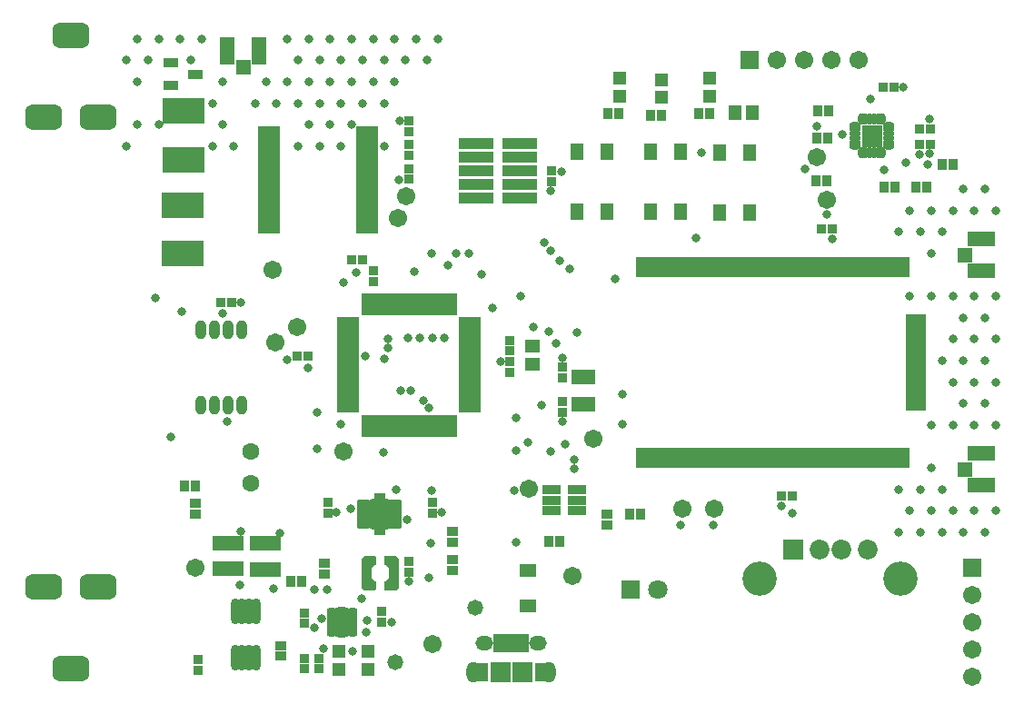
<source format=gts>
G04*
G04 #@! TF.GenerationSoftware,Altium Limited,Altium Designer,20.0.13 (296)*
G04*
G04 Layer_Color=8388736*
%FSLAX25Y25*%
%MOIN*%
G70*
G01*
G75*
%ADD21C,0.06706*%
%ADD22R,0.03543X0.03543*%
%ADD23R,0.03543X0.03543*%
%ADD24R,0.05512X0.05709*%
%ADD25R,0.05709X0.10236*%
%ADD26R,0.03937X0.03543*%
%ADD27R,0.12575X0.04475*%
%ADD28R,0.05118X0.05512*%
%ADD29R,0.03543X0.03937*%
%ADD30R,0.05315X0.03740*%
%ADD31R,0.03740X0.03740*%
%ADD32R,0.06378X0.05158*%
%ADD33R,0.05472X0.05039*%
%ADD34R,0.08661X0.05512*%
%ADD35R,0.15354X0.09449*%
%ADD36R,0.04724X0.04724*%
%ADD37R,0.04724X0.06299*%
%ADD38R,0.07638X0.08268*%
%ADD39O,0.04134X0.02362*%
%ADD40O,0.02362X0.04134*%
%ADD41R,0.03740X0.07874*%
%ADD42R,0.07874X0.03740*%
%ADD43R,0.05575X0.07575*%
%ADD44R,0.07575X0.05575*%
%ADD45R,0.05709X0.05512*%
%ADD46R,0.10236X0.05709*%
%ADD47R,0.11417X0.05512*%
%ADD48O,0.03347X0.09449*%
%ADD49R,0.07480X0.07677*%
%ADD50R,0.03150X0.06890*%
G04:AMPARAMS|DCode=51|XSize=25.59mil|YSize=35.43mil|CornerRadius=9.84mil|HoleSize=0mil|Usage=FLASHONLY|Rotation=90.000|XOffset=0mil|YOffset=0mil|HoleType=Round|Shape=RoundedRectangle|*
%AMROUNDEDRECTD51*
21,1,0.02559,0.01575,0,0,90.0*
21,1,0.00591,0.03543,0,0,90.0*
1,1,0.01968,0.00787,0.00295*
1,1,0.01968,0.00787,-0.00295*
1,1,0.01968,-0.00787,-0.00295*
1,1,0.01968,-0.00787,0.00295*
%
%ADD51ROUNDEDRECTD51*%
G04:AMPARAMS|DCode=52|XSize=48.82mil|YSize=110.24mil|CornerRadius=9.86mil|HoleSize=0mil|Usage=FLASHONLY|Rotation=0.000|XOffset=0mil|YOffset=0mil|HoleType=Round|Shape=RoundedRectangle|*
%AMROUNDEDRECTD52*
21,1,0.04882,0.09052,0,0,0.0*
21,1,0.02910,0.11024,0,0,0.0*
1,1,0.01972,0.01455,-0.04526*
1,1,0.01972,-0.01455,-0.04526*
1,1,0.01972,-0.01455,0.04526*
1,1,0.01972,0.01455,0.04526*
%
%ADD52ROUNDEDRECTD52*%
G04:AMPARAMS|DCode=53|XSize=26.77mil|YSize=49.21mil|CornerRadius=9.86mil|HoleSize=0mil|Usage=FLASHONLY|Rotation=90.000|XOffset=0mil|YOffset=0mil|HoleType=Round|Shape=RoundedRectangle|*
%AMROUNDEDRECTD53*
21,1,0.02677,0.02950,0,0,90.0*
21,1,0.00706,0.04921,0,0,90.0*
1,1,0.01972,0.01475,0.00353*
1,1,0.01972,0.01475,-0.00353*
1,1,0.01972,-0.01475,-0.00353*
1,1,0.01972,-0.01475,0.00353*
%
%ADD53ROUNDEDRECTD53*%
G04:AMPARAMS|DCode=54|XSize=80.71mil|YSize=110.24mil|CornerRadius=9.82mil|HoleSize=0mil|Usage=FLASHONLY|Rotation=0.000|XOffset=0mil|YOffset=0mil|HoleType=Round|Shape=RoundedRectangle|*
%AMROUNDEDRECTD54*
21,1,0.08071,0.09059,0,0,0.0*
21,1,0.06106,0.11024,0,0,0.0*
1,1,0.01965,0.03053,-0.04530*
1,1,0.01965,-0.03053,-0.04530*
1,1,0.01965,-0.03053,0.04530*
1,1,0.01965,0.03053,0.04530*
%
%ADD54ROUNDEDRECTD54*%
%ADD55R,0.06811X0.03780*%
%ADD56O,0.03937X0.07087*%
%ADD57R,0.07874X0.05118*%
%ADD58R,0.05524X0.06902*%
%ADD59R,0.05524X0.06902*%
%ADD60R,0.01902X0.03556*%
%ADD61R,0.06706X0.06706*%
%ADD62R,0.06706X0.06706*%
G04:AMPARAMS|DCode=63|XSize=94.49mil|YSize=133.86mil|CornerRadius=27.56mil|HoleSize=0mil|Usage=FLASHONLY|Rotation=90.000|XOffset=0mil|YOffset=0mil|HoleType=Round|Shape=RoundedRectangle|*
%AMROUNDEDRECTD63*
21,1,0.09449,0.07874,0,0,90.0*
21,1,0.03937,0.13386,0,0,90.0*
1,1,0.05512,0.03937,0.01968*
1,1,0.05512,0.03937,-0.01968*
1,1,0.05512,-0.03937,-0.01968*
1,1,0.05512,-0.03937,0.01968*
%
%ADD63ROUNDEDRECTD63*%
%ADD64R,0.07284X0.07284*%
%ADD65C,0.07284*%
%ADD66C,0.12598*%
%ADD67C,0.06299*%
%ADD68C,0.07087*%
%ADD69R,0.07087X0.07087*%
%ADD70O,0.05118X0.07677*%
%ADD71O,0.06496X0.05315*%
%ADD72C,0.03162*%
%ADD73C,0.05800*%
G36*
X232887Y148921D02*
X232938Y148911D01*
X232988Y148894D01*
X233035Y148871D01*
X233079Y148842D01*
X233118Y148807D01*
X233153Y148768D01*
X233182Y148724D01*
X233205Y148677D01*
X233222Y148627D01*
X233232Y148576D01*
X233236Y148524D01*
Y145768D01*
X233234Y145749D01*
X233234Y145730D01*
X233233Y145723D01*
X233232Y145715D01*
X233228Y145697D01*
X233225Y145679D01*
X233223Y145671D01*
X233222Y145664D01*
X233216Y145646D01*
X233210Y145628D01*
X233208Y145622D01*
X233205Y145614D01*
X233197Y145598D01*
X233189Y145580D01*
X233185Y145574D01*
X233182Y145567D01*
X233172Y145552D01*
X233162Y145536D01*
X233157Y145530D01*
X233153Y145524D01*
X233140Y145510D01*
X233129Y145495D01*
X233123Y145490D01*
X233118Y145484D01*
X233104Y145472D01*
X233090Y145459D01*
X231739Y144339D01*
Y140700D01*
X233090Y139580D01*
X233104Y139567D01*
X233118Y139555D01*
X233123Y139549D01*
X233129Y139544D01*
X233140Y139530D01*
X233153Y139516D01*
X233157Y139509D01*
X233162Y139504D01*
X233172Y139488D01*
X233182Y139472D01*
X233185Y139465D01*
X233189Y139459D01*
X233197Y139442D01*
X233205Y139425D01*
X233208Y139418D01*
X233210Y139411D01*
X233216Y139393D01*
X233222Y139375D01*
X233223Y139368D01*
X233225Y139361D01*
X233228Y139342D01*
X233232Y139324D01*
X233233Y139316D01*
X233234Y139309D01*
X233234Y139290D01*
X233236Y139272D01*
Y136516D01*
X233232Y136463D01*
X233222Y136412D01*
X233205Y136362D01*
X233182Y136315D01*
X233153Y136272D01*
X233118Y136232D01*
X233079Y136198D01*
X233035Y136169D01*
X232988Y136145D01*
X232938Y136128D01*
X232887Y136118D01*
X232835Y136115D01*
X229350D01*
X229298Y136118D01*
X229247Y136128D01*
X229197Y136145D01*
X229150Y136169D01*
X229106Y136198D01*
X229067Y136232D01*
X229067Y136232D01*
X228063Y137236D01*
X228028Y137276D01*
X227999Y137319D01*
X227976Y137366D01*
X227959Y137416D01*
X227949Y137467D01*
X227946Y137520D01*
Y147520D01*
X227949Y147572D01*
X227959Y147623D01*
X227976Y147673D01*
X227999Y147720D01*
X228028Y147764D01*
X228063Y147803D01*
X229067Y148807D01*
X229106Y148842D01*
X229150Y148871D01*
X229197Y148894D01*
X229247Y148911D01*
X229298Y148921D01*
X229350Y148925D01*
X232835D01*
X232887Y148921D01*
D02*
G37*
G36*
X240387D02*
X240438Y148911D01*
X240488Y148894D01*
X240535Y148871D01*
X240579Y148842D01*
X240618Y148807D01*
X241622Y147803D01*
X241657Y147764D01*
X241686Y147720D01*
X241709Y147673D01*
X241726Y147623D01*
X241736Y147572D01*
X241739Y147520D01*
Y137520D01*
X241736Y137467D01*
X241726Y137416D01*
X241709Y137366D01*
X241686Y137319D01*
X241657Y137276D01*
X241622Y137236D01*
X240618Y136232D01*
X240618Y136232D01*
X240579Y136198D01*
X240535Y136169D01*
X240488Y136145D01*
X240438Y136128D01*
X240387Y136118D01*
X240335Y136115D01*
X236850D01*
X236798Y136118D01*
X236747Y136128D01*
X236697Y136145D01*
X236650Y136169D01*
X236606Y136198D01*
X236567Y136232D01*
X236532Y136272D01*
X236503Y136315D01*
X236480Y136362D01*
X236463Y136412D01*
X236453Y136463D01*
X236450Y136516D01*
Y139272D01*
X236451Y139290D01*
X236451Y139309D01*
X236453Y139316D01*
X236453Y139324D01*
X236457Y139342D01*
X236459Y139361D01*
X236462Y139368D01*
X236463Y139375D01*
X236469Y139393D01*
X236474Y139411D01*
X236478Y139418D01*
X236480Y139425D01*
X236488Y139442D01*
X236496Y139459D01*
X236500Y139465D01*
X236503Y139472D01*
X236513Y139488D01*
X236523Y139504D01*
X236528Y139509D01*
X236532Y139516D01*
X236545Y139530D01*
X236557Y139544D01*
X236562Y139549D01*
X236567Y139555D01*
X236581Y139567D01*
X236595Y139580D01*
X237946Y140700D01*
Y144339D01*
X236595Y145459D01*
X236581Y145472D01*
X236567Y145484D01*
X236562Y145490D01*
X236557Y145495D01*
X236545Y145510D01*
X236532Y145524D01*
X236528Y145530D01*
X236523Y145536D01*
X236513Y145552D01*
X236503Y145567D01*
X236500Y145574D01*
X236496Y145580D01*
X236488Y145598D01*
X236480Y145614D01*
X236478Y145622D01*
X236474Y145628D01*
X236469Y145646D01*
X236463Y145664D01*
X236462Y145671D01*
X236459Y145679D01*
X236457Y145697D01*
X236453Y145715D01*
X236453Y145723D01*
X236451Y145730D01*
X236451Y145749D01*
X236450Y145768D01*
Y148524D01*
X236453Y148576D01*
X236463Y148627D01*
X236480Y148677D01*
X236503Y148724D01*
X236532Y148768D01*
X236567Y148807D01*
X236606Y148842D01*
X236650Y148871D01*
X236697Y148894D01*
X236747Y148911D01*
X236798Y148921D01*
X236850Y148925D01*
X240335D01*
X240387Y148921D01*
D02*
G37*
D21*
X253937Y116535D02*
D03*
X195472Y253740D02*
D03*
X394882Y295170D02*
D03*
X398819Y279528D02*
D03*
X221260Y187205D02*
D03*
X167126Y144587D02*
D03*
X244488Y280709D02*
D03*
X241339Y272638D02*
D03*
X289370Y173425D02*
D03*
X196260Y226969D02*
D03*
X204331Y232874D02*
D03*
X305315Y141339D02*
D03*
X312992Y191732D02*
D03*
X345669Y166142D02*
D03*
X357283D02*
D03*
X452165Y104409D02*
D03*
Y114409D02*
D03*
Y124409D02*
D03*
Y134409D02*
D03*
X410354Y330906D02*
D03*
X400354D02*
D03*
X390354D02*
D03*
X380354D02*
D03*
D22*
X228346Y257480D02*
D03*
X224410D02*
D03*
X432677Y299803D02*
D03*
X436614D02*
D03*
X180315Y241929D02*
D03*
X176378D02*
D03*
X208465Y222047D02*
D03*
X204528D02*
D03*
X386013Y170669D02*
D03*
X382076D02*
D03*
X396840Y268701D02*
D03*
X400777D02*
D03*
X419291Y320669D02*
D03*
X423228D02*
D03*
X432677Y305512D02*
D03*
X436614D02*
D03*
X239843Y142520D02*
D03*
X229842D02*
D03*
D23*
X282480Y224016D02*
D03*
Y227953D02*
D03*
X232283Y249410D02*
D03*
Y253346D02*
D03*
X297636Y289984D02*
D03*
Y286047D02*
D03*
X253937Y168504D02*
D03*
Y164567D02*
D03*
X245472Y146850D02*
D03*
Y142913D02*
D03*
X245472Y295866D02*
D03*
Y299803D02*
D03*
X215551Y168504D02*
D03*
Y164567D02*
D03*
X245472Y304528D02*
D03*
Y308465D02*
D03*
Y290945D02*
D03*
Y287008D02*
D03*
X167913Y106890D02*
D03*
Y110827D02*
D03*
X235236Y128543D02*
D03*
Y124606D02*
D03*
X282480Y216142D02*
D03*
Y220079D02*
D03*
X301772Y205512D02*
D03*
Y201575D02*
D03*
X301575Y214173D02*
D03*
Y218110D02*
D03*
X206890Y124016D02*
D03*
Y127953D02*
D03*
D24*
X184646Y328051D02*
D03*
D25*
X178839Y334055D02*
D03*
X190453D02*
D03*
D26*
X198425Y115945D02*
D03*
Y112008D02*
D03*
X167126Y168110D02*
D03*
Y164173D02*
D03*
X318110Y163976D02*
D03*
Y160039D02*
D03*
X261221Y157677D02*
D03*
Y153740D02*
D03*
Y147373D02*
D03*
Y143436D02*
D03*
X214370Y146063D02*
D03*
Y142126D02*
D03*
D27*
X286150Y280157D02*
D03*
X270150D02*
D03*
X286150Y285157D02*
D03*
X270150D02*
D03*
X286150Y290158D02*
D03*
X270150D02*
D03*
X286150Y295158D02*
D03*
X270150D02*
D03*
X286150Y300157D02*
D03*
X270150D02*
D03*
D28*
X365158Y311417D02*
D03*
X371457D02*
D03*
D29*
X394685Y286417D02*
D03*
X398622D02*
D03*
X445079Y292323D02*
D03*
X441142D02*
D03*
X330315Y164173D02*
D03*
X326378D02*
D03*
X351772Y311024D02*
D03*
X355709D02*
D03*
X334055Y310433D02*
D03*
X337992D02*
D03*
X318504Y311024D02*
D03*
X322441D02*
D03*
X399213Y312205D02*
D03*
X395276D02*
D03*
X395079Y302165D02*
D03*
X399016D02*
D03*
X431496Y284252D02*
D03*
X435433D02*
D03*
X419685D02*
D03*
X423622D02*
D03*
X202165Y139370D02*
D03*
X206102D02*
D03*
X167126Y174606D02*
D03*
X163189D02*
D03*
X296654Y154079D02*
D03*
X300590D02*
D03*
D30*
X167028Y325590D02*
D03*
X158169Y321535D02*
D03*
Y329646D02*
D03*
D31*
X212402Y111024D02*
D03*
Y107480D02*
D03*
X207087Y111024D02*
D03*
Y107480D02*
D03*
D32*
X289173Y130571D02*
D03*
Y143445D02*
D03*
D33*
X290551Y219232D02*
D03*
Y225650D02*
D03*
D34*
X309449Y204527D02*
D03*
Y214370D02*
D03*
D35*
X162402Y259646D02*
D03*
Y277559D02*
D03*
X162598Y294094D02*
D03*
Y312008D02*
D03*
D36*
X219685Y107283D02*
D03*
Y113779D02*
D03*
X230315Y107283D02*
D03*
Y113779D02*
D03*
X322638Y317520D02*
D03*
Y324016D02*
D03*
X337992Y317126D02*
D03*
Y323622D02*
D03*
X355709Y317520D02*
D03*
Y324016D02*
D03*
D37*
X307087Y297024D02*
D03*
X318110Y275024D02*
D03*
X307087D02*
D03*
X318110Y297024D02*
D03*
X334055D02*
D03*
X345079Y275024D02*
D03*
X334055D02*
D03*
X345079Y297024D02*
D03*
X359449Y296827D02*
D03*
X370472Y274827D02*
D03*
X359449D02*
D03*
X370472Y296827D02*
D03*
D38*
X415214Y302953D02*
D03*
D39*
X409013Y299016D02*
D03*
Y300590D02*
D03*
Y302165D02*
D03*
Y303740D02*
D03*
Y305315D02*
D03*
Y306890D02*
D03*
X421414D02*
D03*
Y305315D02*
D03*
Y303740D02*
D03*
Y302165D02*
D03*
Y300590D02*
D03*
Y299016D02*
D03*
D40*
X411277Y309154D02*
D03*
X412851D02*
D03*
X414426D02*
D03*
X416001D02*
D03*
X417576D02*
D03*
X419151D02*
D03*
Y296752D02*
D03*
X417576D02*
D03*
X416001D02*
D03*
X414426D02*
D03*
X412851D02*
D03*
X411277D02*
D03*
D41*
X229724Y241260D02*
D03*
X232874D02*
D03*
X236024D02*
D03*
X239173D02*
D03*
X242323D02*
D03*
X245472D02*
D03*
X248622D02*
D03*
X251772D02*
D03*
X254921D02*
D03*
X258071D02*
D03*
X261221D02*
D03*
Y196535D02*
D03*
X258071D02*
D03*
X254921D02*
D03*
X251772D02*
D03*
X248622D02*
D03*
X245472D02*
D03*
X242323D02*
D03*
X239173D02*
D03*
X236024D02*
D03*
X232874D02*
D03*
X229724D02*
D03*
D42*
X267835Y234646D02*
D03*
Y231496D02*
D03*
Y228346D02*
D03*
Y225197D02*
D03*
Y222047D02*
D03*
Y218898D02*
D03*
Y215748D02*
D03*
Y212598D02*
D03*
Y209449D02*
D03*
Y206299D02*
D03*
Y203150D02*
D03*
X223110D02*
D03*
Y206299D02*
D03*
Y209449D02*
D03*
Y212598D02*
D03*
Y215748D02*
D03*
Y218898D02*
D03*
Y222047D02*
D03*
Y225197D02*
D03*
Y228346D02*
D03*
Y231496D02*
D03*
Y234646D02*
D03*
D43*
X426485Y184882D02*
D03*
X421485D02*
D03*
X416485D02*
D03*
X411485D02*
D03*
X406485D02*
D03*
X401485D02*
D03*
X396485D02*
D03*
X391485D02*
D03*
X386485D02*
D03*
X381485D02*
D03*
X376485D02*
D03*
X371485D02*
D03*
X366485D02*
D03*
X361485D02*
D03*
X356485D02*
D03*
X351485D02*
D03*
X346485D02*
D03*
X341485D02*
D03*
X336485D02*
D03*
X331485D02*
D03*
X426485Y254882D02*
D03*
X421485D02*
D03*
X416485D02*
D03*
X411485D02*
D03*
X406485D02*
D03*
X401485D02*
D03*
X396485D02*
D03*
X391485D02*
D03*
X386485D02*
D03*
X381485D02*
D03*
X376485D02*
D03*
X371485D02*
D03*
X366485D02*
D03*
X361485D02*
D03*
X356485D02*
D03*
X351485D02*
D03*
X346485D02*
D03*
X341485D02*
D03*
X336485D02*
D03*
X331485D02*
D03*
D44*
X431485Y204882D02*
D03*
Y209882D02*
D03*
Y214882D02*
D03*
Y219882D02*
D03*
Y224882D02*
D03*
Y229882D02*
D03*
Y234882D02*
D03*
D45*
X449300Y180512D02*
D03*
Y259252D02*
D03*
D46*
X455304Y186319D02*
D03*
Y174705D02*
D03*
Y253445D02*
D03*
Y265059D02*
D03*
D47*
X178937Y144095D02*
D03*
Y153543D02*
D03*
X192717Y153347D02*
D03*
Y143898D02*
D03*
D48*
X189272Y128347D02*
D03*
X186713D02*
D03*
X184153D02*
D03*
X181595D02*
D03*
X189272Y111417D02*
D03*
X186713D02*
D03*
X184153D02*
D03*
X181595D02*
D03*
D49*
X286918Y106102D02*
D03*
X279044D02*
D03*
D50*
X288099Y116732D02*
D03*
X285540D02*
D03*
X282981D02*
D03*
X280422D02*
D03*
X277863D02*
D03*
D51*
X217126Y128347D02*
D03*
Y126378D02*
D03*
Y124409D02*
D03*
Y122441D02*
D03*
Y120472D02*
D03*
X224606D02*
D03*
Y122441D02*
D03*
Y124409D02*
D03*
Y126378D02*
D03*
Y128347D02*
D03*
D52*
X220866Y124409D02*
D03*
D53*
X240453Y168110D02*
D03*
Y166142D02*
D03*
Y164173D02*
D03*
Y162205D02*
D03*
Y160236D02*
D03*
X228839D02*
D03*
Y162205D02*
D03*
Y164173D02*
D03*
Y166142D02*
D03*
Y168110D02*
D03*
D54*
X234646Y164173D02*
D03*
D55*
X307087Y173031D02*
D03*
Y169291D02*
D03*
Y165551D02*
D03*
X297638D02*
D03*
Y169291D02*
D03*
Y173031D02*
D03*
D56*
X183878Y231791D02*
D03*
X178878D02*
D03*
X173878D02*
D03*
X168878D02*
D03*
X183878Y204035D02*
D03*
X178878D02*
D03*
X173878D02*
D03*
X168878D02*
D03*
D57*
X230118Y286811D02*
D03*
Y282480D02*
D03*
Y278150D02*
D03*
Y273819D02*
D03*
Y269488D02*
D03*
Y291142D02*
D03*
Y295472D02*
D03*
Y299803D02*
D03*
Y304134D02*
D03*
X193898Y269488D02*
D03*
Y273819D02*
D03*
Y278150D02*
D03*
Y282480D02*
D03*
Y286811D02*
D03*
Y291142D02*
D03*
Y295472D02*
D03*
Y299803D02*
D03*
Y304134D02*
D03*
D58*
X294399Y106102D02*
D03*
D59*
X271564Y106102D02*
D03*
D60*
X233661Y158071D02*
D03*
X235630D02*
D03*
Y170276D02*
D03*
X233661D02*
D03*
D61*
X452165Y144409D02*
D03*
D62*
X370354Y330906D02*
D03*
D63*
X121299Y107598D02*
D03*
X111299Y137598D02*
D03*
X131299D02*
D03*
Y309882D02*
D03*
X111299D02*
D03*
X121299Y339882D02*
D03*
D64*
X386221Y151157D02*
D03*
D65*
X396063D02*
D03*
X403937D02*
D03*
X413779D02*
D03*
D66*
X374134Y140488D02*
D03*
X425866D02*
D03*
D67*
X187402Y187205D02*
D03*
Y175394D02*
D03*
D68*
X336614Y136614D02*
D03*
D69*
X326772D02*
D03*
D70*
X269202Y106102D02*
D03*
X296761D02*
D03*
D71*
X273139Y116732D02*
D03*
X292824D02*
D03*
D72*
X183661Y157874D02*
D03*
X198085Y157033D02*
D03*
X444936Y165408D02*
D03*
X437008Y165354D02*
D03*
X425197Y173228D02*
D03*
X323819Y197244D02*
D03*
X323622Y208071D02*
D03*
X296654Y231102D02*
D03*
X290896Y232726D02*
D03*
X276181Y239961D02*
D03*
X299410Y226772D02*
D03*
X425197Y157480D02*
D03*
X433071D02*
D03*
X247441Y253150D02*
D03*
X226181Y252953D02*
D03*
X297441Y260630D02*
D03*
X259842Y255315D02*
D03*
X300590Y257283D02*
D03*
X272047Y251969D02*
D03*
X195866Y136811D02*
D03*
X386024Y164567D02*
D03*
X390748Y290748D02*
D03*
X398819Y274213D02*
D03*
X220276Y197244D02*
D03*
X288976Y190551D02*
D03*
X211811Y201378D02*
D03*
X284646Y187402D02*
D03*
X302559Y189961D02*
D03*
X297441Y187205D02*
D03*
X356890Y160039D02*
D03*
X344882D02*
D03*
X414764Y316535D02*
D03*
X432677Y296063D02*
D03*
X284055Y172835D02*
D03*
X394882Y306496D02*
D03*
X253346Y153543D02*
D03*
X252756Y140748D02*
D03*
X236221Y221063D02*
D03*
X229528Y222047D02*
D03*
X237598Y225197D02*
D03*
X427756Y293110D02*
D03*
X456693Y283465D02*
D03*
X460630Y275591D02*
D03*
Y244095D02*
D03*
X456693Y236221D02*
D03*
X460630Y228347D02*
D03*
X456693Y220473D02*
D03*
X460630Y212598D02*
D03*
X456693Y204725D02*
D03*
X460630Y196851D02*
D03*
Y165354D02*
D03*
X456693Y157480D02*
D03*
X448819Y283465D02*
D03*
X452756Y275591D02*
D03*
Y244095D02*
D03*
X448819Y236221D02*
D03*
X452756Y228347D02*
D03*
X448819Y220473D02*
D03*
X452756Y212598D02*
D03*
X448819Y204725D02*
D03*
X452756Y196851D02*
D03*
Y165354D02*
D03*
X448819Y157480D02*
D03*
X444882Y275591D02*
D03*
X440945Y267717D02*
D03*
X444882Y244095D02*
D03*
Y228347D02*
D03*
X440945Y220473D02*
D03*
X444882Y212598D02*
D03*
Y196851D02*
D03*
X440945Y173228D02*
D03*
Y157480D02*
D03*
X437008Y275591D02*
D03*
X433071Y267717D02*
D03*
X437008Y259843D02*
D03*
Y244095D02*
D03*
Y196851D02*
D03*
Y181103D02*
D03*
X433071Y173228D02*
D03*
X429134Y275591D02*
D03*
X425197Y267717D02*
D03*
X429134Y244095D02*
D03*
Y165354D02*
D03*
X255906Y338583D02*
D03*
X251969Y330709D02*
D03*
X248032Y338583D02*
D03*
X244095Y330709D02*
D03*
X240158Y338583D02*
D03*
X236221Y330709D02*
D03*
X240158Y322835D02*
D03*
X236221Y314961D02*
D03*
Y299213D02*
D03*
X232284Y338583D02*
D03*
X228347Y330709D02*
D03*
X232284Y322835D02*
D03*
X228347Y314961D02*
D03*
X224410Y338583D02*
D03*
X220473Y330709D02*
D03*
X224410Y322835D02*
D03*
X220473Y314961D02*
D03*
X224410Y307087D02*
D03*
X220473Y299213D02*
D03*
X216536Y338583D02*
D03*
X212598Y330709D02*
D03*
X216536Y322835D02*
D03*
X212598Y314961D02*
D03*
X216536Y307087D02*
D03*
X212598Y299213D02*
D03*
X208662Y338583D02*
D03*
X204725Y330709D02*
D03*
X208662Y322835D02*
D03*
X204725Y314961D02*
D03*
X208662Y307087D02*
D03*
X204725Y299213D02*
D03*
X200787Y338583D02*
D03*
Y322835D02*
D03*
X196851Y314961D02*
D03*
X192913Y322835D02*
D03*
X188977Y314961D02*
D03*
X181103Y299213D02*
D03*
X177165Y322835D02*
D03*
X173228Y314961D02*
D03*
X177165Y307087D02*
D03*
X173228Y299213D02*
D03*
X169291Y338583D02*
D03*
X165354Y330709D02*
D03*
X161417Y338583D02*
D03*
X153543D02*
D03*
X149606Y330709D02*
D03*
X153543Y307087D02*
D03*
X145669Y338583D02*
D03*
X141732Y330709D02*
D03*
X145669Y322835D02*
D03*
Y307087D02*
D03*
X141732Y299213D02*
D03*
X419685Y290354D02*
D03*
X436417Y296457D02*
D03*
X404331Y303346D02*
D03*
X211811Y187992D02*
D03*
X158071Y192323D02*
D03*
X176969Y237795D02*
D03*
X178740Y198031D02*
D03*
X237598Y228543D02*
D03*
X252756Y203150D02*
D03*
X242520Y209449D02*
D03*
X242126Y308465D02*
D03*
X241732Y286811D02*
D03*
X297441Y282677D02*
D03*
X426772Y320669D02*
D03*
X436417Y309055D02*
D03*
X400591Y265158D02*
D03*
X382087Y167126D02*
D03*
X238976Y124409D02*
D03*
X200591Y220669D02*
D03*
X183858Y241732D02*
D03*
X218701Y164764D02*
D03*
X245472Y139567D02*
D03*
X257283Y164764D02*
D03*
X301575Y198228D02*
D03*
Y221457D02*
D03*
X278937Y220276D02*
D03*
X221457Y249213D02*
D03*
X301378Y289961D02*
D03*
X350787Y265551D02*
D03*
X304331Y254134D02*
D03*
X294882Y263779D02*
D03*
X286417Y244094D02*
D03*
X321063Y250394D02*
D03*
X305906Y184252D02*
D03*
Y180905D02*
D03*
X258465Y228740D02*
D03*
X249410Y228937D02*
D03*
X253937Y228740D02*
D03*
X245079Y228937D02*
D03*
X267323Y259646D02*
D03*
X262598Y259842D02*
D03*
X253543Y259646D02*
D03*
X352756Y296850D02*
D03*
X152362Y243504D02*
D03*
X236024Y186811D02*
D03*
X162008Y238583D02*
D03*
X284842Y199606D02*
D03*
X293996Y204035D02*
D03*
X307087Y230906D02*
D03*
X253543Y172835D02*
D03*
X250590Y205906D02*
D03*
X246063Y209449D02*
D03*
X208465Y217717D02*
D03*
X183465Y138189D02*
D03*
X240551Y173228D02*
D03*
X224016Y166142D02*
D03*
X215354Y136614D02*
D03*
X210630D02*
D03*
X227953Y133268D02*
D03*
X284646Y153937D02*
D03*
X244685Y162205D02*
D03*
X213386Y125787D02*
D03*
X210630Y122441D02*
D03*
X230118Y125000D02*
D03*
X229577Y120866D02*
D03*
X214173Y114764D02*
D03*
X224803Y113779D02*
D03*
X435827Y292520D02*
D03*
X220866Y126047D02*
D03*
Y122772D02*
D03*
X236614Y161221D02*
D03*
X232677D02*
D03*
Y167126D02*
D03*
X236614D02*
D03*
X234646Y164173D02*
D03*
D73*
X269685Y129724D02*
D03*
X240354Y109843D02*
D03*
M02*

</source>
